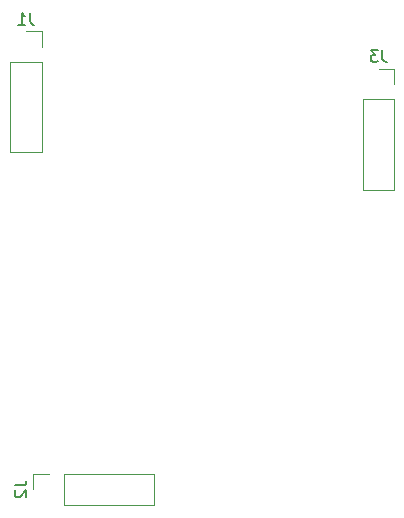
<source format=gbr>
G04 #@! TF.GenerationSoftware,KiCad,Pcbnew,no-vcs-found-c6d0075~61~ubuntu17.10.1*
G04 #@! TF.CreationDate,2018-02-05T23:49:34+03:00*
G04 #@! TF.ProjectId,tsa5512-pll,747361353531322D706C6C2E6B696361,rev?*
G04 #@! TF.SameCoordinates,Original*
G04 #@! TF.FileFunction,Legend,Bot*
G04 #@! TF.FilePolarity,Positive*
%FSLAX46Y46*%
G04 Gerber Fmt 4.6, Leading zero omitted, Abs format (unit mm)*
G04 Created by KiCad (PCBNEW no-vcs-found-c6d0075~61~ubuntu17.10.1) date Mon Feb  5 23:49:34 2018*
%MOMM*%
%LPD*%
G01*
G04 APERTURE LIST*
%ADD10C,0.120000*%
%ADD11C,0.150000*%
G04 APERTURE END LIST*
D10*
X76006000Y-196409000D02*
X74676000Y-196409000D01*
X76006000Y-197739000D02*
X76006000Y-196409000D01*
X76006000Y-199009000D02*
X73346000Y-199009000D01*
X73346000Y-199009000D02*
X73346000Y-206689000D01*
X76006000Y-199009000D02*
X76006000Y-206689000D01*
X76006000Y-206689000D02*
X73346000Y-206689000D01*
X85531000Y-233874000D02*
X85531000Y-236534000D01*
X77851000Y-233874000D02*
X85531000Y-233874000D01*
X77851000Y-236534000D02*
X85531000Y-236534000D01*
X77851000Y-233874000D02*
X77851000Y-236534000D01*
X76581000Y-233874000D02*
X75251000Y-233874000D01*
X75251000Y-233874000D02*
X75251000Y-235204000D01*
X105851000Y-209864000D02*
X103191000Y-209864000D01*
X105851000Y-202184000D02*
X105851000Y-209864000D01*
X103191000Y-202184000D02*
X103191000Y-209864000D01*
X105851000Y-202184000D02*
X103191000Y-202184000D01*
X105851000Y-200914000D02*
X105851000Y-199584000D01*
X105851000Y-199584000D02*
X104521000Y-199584000D01*
D11*
X75009333Y-194861380D02*
X75009333Y-195575666D01*
X75056952Y-195718523D01*
X75152190Y-195813761D01*
X75295047Y-195861380D01*
X75390285Y-195861380D01*
X74009333Y-195861380D02*
X74580761Y-195861380D01*
X74295047Y-195861380D02*
X74295047Y-194861380D01*
X74390285Y-195004238D01*
X74485523Y-195099476D01*
X74580761Y-195147095D01*
X73703380Y-234870666D02*
X74417666Y-234870666D01*
X74560523Y-234823047D01*
X74655761Y-234727809D01*
X74703380Y-234584952D01*
X74703380Y-234489714D01*
X73798619Y-235299238D02*
X73751000Y-235346857D01*
X73703380Y-235442095D01*
X73703380Y-235680190D01*
X73751000Y-235775428D01*
X73798619Y-235823047D01*
X73893857Y-235870666D01*
X73989095Y-235870666D01*
X74131952Y-235823047D01*
X74703380Y-235251619D01*
X74703380Y-235870666D01*
X104854333Y-198036380D02*
X104854333Y-198750666D01*
X104901952Y-198893523D01*
X104997190Y-198988761D01*
X105140047Y-199036380D01*
X105235285Y-199036380D01*
X104473380Y-198036380D02*
X103854333Y-198036380D01*
X104187666Y-198417333D01*
X104044809Y-198417333D01*
X103949571Y-198464952D01*
X103901952Y-198512571D01*
X103854333Y-198607809D01*
X103854333Y-198845904D01*
X103901952Y-198941142D01*
X103949571Y-198988761D01*
X104044809Y-199036380D01*
X104330523Y-199036380D01*
X104425761Y-198988761D01*
X104473380Y-198941142D01*
M02*

</source>
